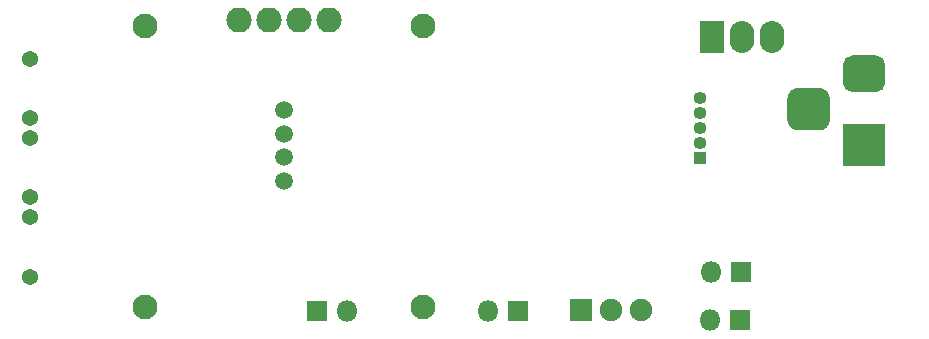
<source format=gbs>
G04 #@! TF.GenerationSoftware,KiCad,Pcbnew,(5.1.6-0-10_14)*
G04 #@! TF.CreationDate,2020-10-30T11:13:34+09:00*
G04 #@! TF.ProjectId,NinjaLAMP,4e696e6a-614c-4414-9d50-2e6b69636164,rev?*
G04 #@! TF.SameCoordinates,Original*
G04 #@! TF.FileFunction,Soldermask,Bot*
G04 #@! TF.FilePolarity,Negative*
%FSLAX46Y46*%
G04 Gerber Fmt 4.6, Leading zero omitted, Abs format (unit mm)*
G04 Created by KiCad (PCBNEW (5.1.6-0-10_14)) date 2020-10-30 11:13:34*
%MOMM*%
%LPD*%
G01*
G04 APERTURE LIST*
%ADD10R,1.100000X1.100000*%
%ADD11O,1.100000X1.100000*%
%ADD12C,2.100000*%
%ADD13O,2.132000X2.132000*%
%ADD14C,1.499540*%
%ADD15R,1.800000X1.800000*%
%ADD16O,1.800000X1.800000*%
%ADD17R,3.600000X3.600000*%
%ADD18R,2.100000X2.700000*%
%ADD19O,2.100000X2.700000*%
%ADD20O,1.900000X1.900000*%
%ADD21R,1.900000X1.900000*%
%ADD22C,1.370000*%
G04 APERTURE END LIST*
D10*
G04 #@! TO.C,J2*
X168732500Y-101697000D03*
D11*
X168732500Y-100427000D03*
X168732500Y-99157000D03*
X168732500Y-97887000D03*
X168732500Y-96617000D03*
G04 #@! TD*
D12*
G04 #@! TO.C,D2*
X145270000Y-90540000D03*
X121770000Y-90540000D03*
X121770000Y-114340000D03*
X145270000Y-114340000D03*
D13*
X129710000Y-90040000D03*
X132250000Y-90040000D03*
X134790000Y-90040000D03*
X137330000Y-90040000D03*
G04 #@! TD*
D14*
G04 #@! TO.C,D1*
X133520000Y-97660260D03*
X133520000Y-99661780D03*
X133520000Y-101658220D03*
X133520000Y-103659740D03*
G04 #@! TD*
D15*
G04 #@! TO.C,HEATER1*
X172149240Y-115442800D03*
D16*
X169609240Y-115442800D03*
G04 #@! TD*
G04 #@! TO.C,HEATER2*
X169619400Y-111369400D03*
D15*
X172159400Y-111369400D03*
G04 #@! TD*
D17*
G04 #@! TO.C,J1*
X182624200Y-100574400D03*
G36*
G01*
X181599200Y-93024400D02*
X183649200Y-93024400D01*
G75*
G02*
X184424200Y-93799400I0J-775000D01*
G01*
X184424200Y-95349400D01*
G75*
G02*
X183649200Y-96124400I-775000J0D01*
G01*
X181599200Y-96124400D01*
G75*
G02*
X180824200Y-95349400I0J775000D01*
G01*
X180824200Y-93799400D01*
G75*
G02*
X181599200Y-93024400I775000J0D01*
G01*
G37*
G36*
G01*
X177024200Y-95774400D02*
X178824200Y-95774400D01*
G75*
G02*
X179724200Y-96674400I0J-900000D01*
G01*
X179724200Y-98474400D01*
G75*
G02*
X178824200Y-99374400I-900000J0D01*
G01*
X177024200Y-99374400D01*
G75*
G02*
X176124200Y-98474400I0J900000D01*
G01*
X176124200Y-96674400D01*
G75*
G02*
X177024200Y-95774400I900000J0D01*
G01*
G37*
G04 #@! TD*
D18*
G04 #@! TO.C,FAN1*
X169759100Y-91439800D03*
D19*
X172299100Y-91439800D03*
X174839100Y-91439800D03*
G04 #@! TD*
D15*
G04 #@! TO.C,NTC_AIR1*
X136320000Y-114630000D03*
D16*
X138860000Y-114630000D03*
G04 #@! TD*
G04 #@! TO.C,NTC_WELL1*
X150752500Y-114630000D03*
D15*
X153292500Y-114630000D03*
G04 #@! TD*
D20*
G04 #@! TO.C,EXTRA_Q1*
X163762500Y-114557000D03*
X161222500Y-114557000D03*
D21*
X158682500Y-114557000D03*
G04 #@! TD*
D22*
G04 #@! TO.C,SW1*
X112020000Y-100040640D03*
X112020000Y-105039360D03*
G04 #@! TD*
G04 #@! TO.C,SW0*
X112020000Y-111739360D03*
X112020000Y-106740640D03*
G04 #@! TD*
G04 #@! TO.C,SW2*
X112020000Y-93340640D03*
X112020000Y-98339360D03*
G04 #@! TD*
M02*

</source>
